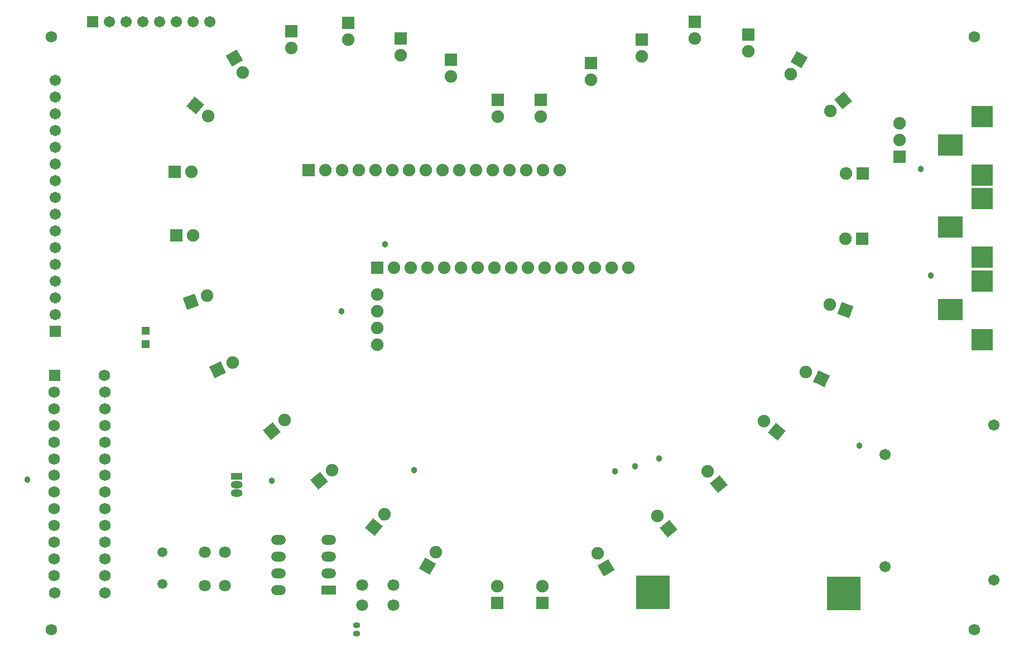
<source format=gbs>
G04*
G04 #@! TF.GenerationSoftware,Altium Limited,Altium Designer,21.2.1 (34)*
G04*
G04 Layer_Color=16711935*
%FSLAX24Y24*%
%MOIN*%
G70*
G04*
G04 #@! TF.SameCoordinates,50E8038E-39F9-4302-AF09-D4DFFB075F86*
G04*
G04*
G04 #@! TF.FilePolarity,Negative*
G04*
G01*
G75*
%ADD19R,0.0474X0.0474*%
%ADD21R,0.0749X0.0749*%
%ADD22C,0.0749*%
%ADD23R,0.0671X0.0671*%
%ADD24C,0.0671*%
%ADD25O,0.0434X0.0356*%
%ADD26C,0.0710*%
%ADD27R,0.0749X0.0749*%
%ADD28P,0.1060X4X75.0*%
%ADD29P,0.1060X4X95.0*%
%ADD30P,0.1060X4X265.0*%
%ADD31R,0.0671X0.0671*%
%ADD32P,0.1060X4X185.0*%
%ADD33C,0.0690*%
%ADD34R,0.0690X0.0690*%
%ADD35R,0.0710X0.0434*%
%ADD36O,0.0710X0.0434*%
%ADD37C,0.0592*%
%ADD38R,0.0880X0.0580*%
%ADD39O,0.0880X0.0580*%
%ADD40P,0.1060X4X155.0*%
%ADD41P,0.1060X4X160.0*%
%ADD42P,0.1060X4X175.0*%
%ADD43P,0.1060X4X195.0*%
%ADD44P,0.1060X4X290.0*%
%ADD45P,0.1060X4X295.0*%
%ADD46C,0.0680*%
%ADD47C,0.0380*%
%ADD80R,0.2049X0.2049*%
%ADD81R,0.1261X0.1261*%
%ADD82R,0.1458X0.1261*%
D19*
X7912Y19398D02*
D03*
Y18610D02*
D03*
D21*
X9650Y28894D02*
D03*
X52950Y29800D02*
D03*
X9750Y25094D02*
D03*
X50700Y24894D02*
D03*
X50750Y28794D02*
D03*
D22*
X10650Y28894D02*
D03*
X52950Y31800D02*
D03*
Y30800D02*
D03*
X10750Y25094D02*
D03*
X20000Y36800D02*
D03*
X13700Y34817D02*
D03*
X11633Y32229D02*
D03*
X44850Y13994D02*
D03*
X19650Y28994D02*
D03*
X18650D02*
D03*
X21650D02*
D03*
X22650D02*
D03*
X20650D02*
D03*
X30650D02*
D03*
X31650D02*
D03*
X32650D02*
D03*
X25650D02*
D03*
X23650D02*
D03*
X24650D02*
D03*
X28650D02*
D03*
X29650D02*
D03*
X26650D02*
D03*
X27650D02*
D03*
X11560Y21482D02*
D03*
X41479Y10983D02*
D03*
X22171Y8433D02*
D03*
X28950Y32194D02*
D03*
X26150Y34600D02*
D03*
X23150Y35850D02*
D03*
X16600Y36300D02*
D03*
X13100Y17494D02*
D03*
X16200Y14050D02*
D03*
X19033Y11071D02*
D03*
X25250Y6177D02*
D03*
X28900Y4144D02*
D03*
X31600D02*
D03*
X34900Y6083D02*
D03*
X38479Y8333D02*
D03*
X47350Y16944D02*
D03*
X48780Y20965D02*
D03*
X49700Y24894D02*
D03*
X49750Y28794D02*
D03*
X48817Y32529D02*
D03*
X46450Y34717D02*
D03*
X43900Y36100D02*
D03*
X40700Y36850D02*
D03*
X37550Y35800D02*
D03*
X34500Y34400D02*
D03*
X31500Y32194D02*
D03*
X26750Y23150D02*
D03*
X27750D02*
D03*
X28750D02*
D03*
X25750D02*
D03*
X22750D02*
D03*
X23750D02*
D03*
X24750D02*
D03*
X29750D02*
D03*
X34750D02*
D03*
X35750D02*
D03*
X33750D02*
D03*
X30750D02*
D03*
X31750D02*
D03*
X32750D02*
D03*
X36750D02*
D03*
X21750Y18575D02*
D03*
Y21575D02*
D03*
Y20575D02*
D03*
Y19575D02*
D03*
D23*
X2500Y19350D02*
D03*
D24*
Y20350D02*
D03*
Y21350D02*
D03*
Y22350D02*
D03*
Y23350D02*
D03*
Y24350D02*
D03*
Y25350D02*
D03*
Y26350D02*
D03*
Y27350D02*
D03*
Y28350D02*
D03*
Y29350D02*
D03*
Y30350D02*
D03*
Y31350D02*
D03*
Y32350D02*
D03*
Y33350D02*
D03*
Y34350D02*
D03*
X11750Y37850D02*
D03*
X10750D02*
D03*
X9750D02*
D03*
X8750D02*
D03*
X7750D02*
D03*
X6750D02*
D03*
X5750D02*
D03*
X52074Y5296D02*
D03*
Y11989D02*
D03*
X58570Y13760D02*
D03*
Y4509D02*
D03*
D25*
X20500Y1300D02*
D03*
Y1800D02*
D03*
D26*
X20850Y4181D02*
D03*
Y3000D02*
D03*
X22700Y4181D02*
D03*
Y3000D02*
D03*
X12632Y6145D02*
D03*
X11451D02*
D03*
X12631Y4150D02*
D03*
X11450D02*
D03*
D27*
X20000Y37800D02*
D03*
X17650Y28994D02*
D03*
X28950Y33194D02*
D03*
X26150Y35600D02*
D03*
X23150Y36850D02*
D03*
X16600Y37300D02*
D03*
X28900Y3144D02*
D03*
X31600D02*
D03*
X43900Y37100D02*
D03*
X40700Y37850D02*
D03*
X37550Y36800D02*
D03*
X34500Y35400D02*
D03*
X31500Y33194D02*
D03*
X21750Y23150D02*
D03*
D28*
X13200Y35683D02*
D03*
X35400Y5217D02*
D03*
D29*
X10867Y32871D02*
D03*
X45616Y13351D02*
D03*
D30*
X42121Y10217D02*
D03*
X39121Y7567D02*
D03*
D31*
X4750Y37850D02*
D03*
D32*
X21529Y7667D02*
D03*
D33*
X2450Y14741D02*
D03*
Y15740D02*
D03*
Y13742D02*
D03*
X5457Y9746D02*
D03*
Y10745D02*
D03*
Y11744D02*
D03*
Y12743D02*
D03*
Y13742D02*
D03*
Y14741D02*
D03*
Y15740D02*
D03*
X5453Y16739D02*
D03*
X2450Y9746D02*
D03*
Y10745D02*
D03*
Y11744D02*
D03*
Y12743D02*
D03*
Y5750D02*
D03*
Y6749D02*
D03*
Y7748D02*
D03*
Y8747D02*
D03*
X5457Y4751D02*
D03*
Y3737D02*
D03*
X2461D02*
D03*
X2450Y4751D02*
D03*
X5457Y8747D02*
D03*
Y7748D02*
D03*
Y6749D02*
D03*
Y5750D02*
D03*
D34*
X2461Y16739D02*
D03*
D35*
X13330Y10700D02*
D03*
D36*
Y10200D02*
D03*
Y9700D02*
D03*
D37*
X8900Y6150D02*
D03*
Y4260D02*
D03*
D38*
X18850Y3900D02*
D03*
D39*
Y4900D02*
D03*
Y5900D02*
D03*
Y6900D02*
D03*
X15850Y3900D02*
D03*
Y4900D02*
D03*
Y5900D02*
D03*
Y6900D02*
D03*
D40*
X10620Y21140D02*
D03*
D41*
X12194Y17071D02*
D03*
D42*
X15434Y13407D02*
D03*
X18267Y10429D02*
D03*
X49583Y33171D02*
D03*
D43*
X24750Y5311D02*
D03*
X46950Y35583D02*
D03*
D44*
X48256Y16521D02*
D03*
D45*
X49720Y20623D02*
D03*
D46*
X57387Y1512D02*
D03*
Y36945D02*
D03*
X2269Y1512D02*
D03*
Y36945D02*
D03*
D47*
X19590Y20570D02*
D03*
X54820Y22710D02*
D03*
X22220Y24570D02*
D03*
X50541Y12537D02*
D03*
X38580Y11750D02*
D03*
X37151Y11290D02*
D03*
X35949Y10983D02*
D03*
X23940Y11071D02*
D03*
X850Y10480D02*
D03*
X15434Y10429D02*
D03*
X54200Y29050D02*
D03*
D80*
X49600Y3700D02*
D03*
X38200Y3750D02*
D03*
D81*
X57870Y28681D02*
D03*
Y32181D02*
D03*
Y23778D02*
D03*
Y27278D02*
D03*
X57880Y18854D02*
D03*
Y22354D02*
D03*
D82*
X55970Y30481D02*
D03*
Y25578D02*
D03*
X55980Y20654D02*
D03*
M02*

</source>
